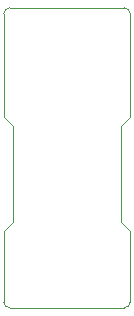
<source format=gm1>
%TF.GenerationSoftware,KiCad,Pcbnew,(7.0.0)*%
%TF.CreationDate,2023-06-07T22:18:09+08:00*%
%TF.ProjectId,USB2UART,55534232-5541-4525-942e-6b696361645f,rev?*%
%TF.SameCoordinates,Original*%
%TF.FileFunction,Profile,NP*%
%FSLAX46Y46*%
G04 Gerber Fmt 4.6, Leading zero omitted, Abs format (unit mm)*
G04 Created by KiCad (PCBNEW (7.0.0)) date 2023-06-07 22:18:09*
%MOMM*%
%LPD*%
G01*
G04 APERTURE LIST*
%TA.AperFunction,Profile*%
%ADD10C,0.100000*%
%TD*%
G04 APERTURE END LIST*
D10*
X138550000Y-72700000D02*
G75*
G03*
X138050000Y-73200000I0J-500000D01*
G01*
X148250000Y-98100000D02*
G75*
G03*
X148750000Y-97600000I0J500000D01*
G01*
X138800000Y-82675000D02*
X138800000Y-90800000D01*
X138050000Y-97600000D02*
G75*
G03*
X138550000Y-98100000I500000J0D01*
G01*
X138050000Y-81925000D02*
X138800000Y-82675000D01*
X138050000Y-91550000D02*
X138050000Y-97600000D01*
X148750000Y-73200000D02*
G75*
G03*
X148250000Y-72700000I-500000J0D01*
G01*
X148750000Y-91550000D02*
X148000000Y-90800000D01*
X148750000Y-91550000D02*
X148750000Y-97600000D01*
X138800000Y-90800000D02*
X138050000Y-91550000D01*
X148750000Y-73200000D02*
X148750000Y-81950000D01*
X148750000Y-81950000D02*
X148000000Y-82700000D01*
X138050000Y-73200000D02*
X138050000Y-81925000D01*
X148000000Y-82700000D02*
X148000000Y-90800000D01*
X138550000Y-98100000D02*
X148250000Y-98100000D01*
X138550000Y-72700000D02*
X148250000Y-72700000D01*
M02*

</source>
